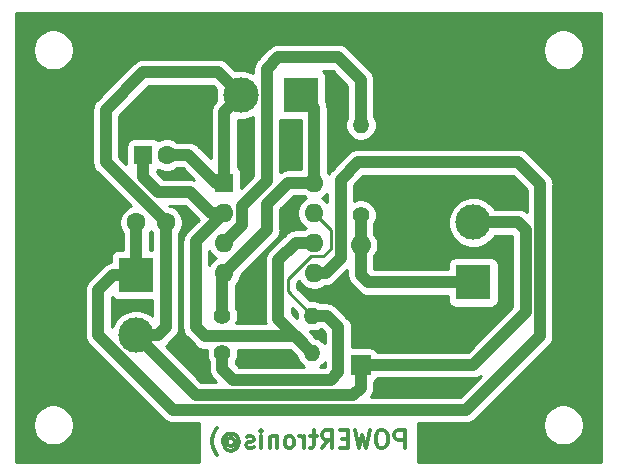
<source format=gbr>
%TF.GenerationSoftware,KiCad,Pcbnew,(5.1.6)-1*%
%TF.CreationDate,2020-06-13T20:27:39+05:30*%
%TF.ProjectId,USING 555,5553494e-4720-4353-9535-2e6b69636164,rev?*%
%TF.SameCoordinates,Original*%
%TF.FileFunction,Copper,L2,Bot*%
%TF.FilePolarity,Positive*%
%FSLAX46Y46*%
G04 Gerber Fmt 4.6, Leading zero omitted, Abs format (unit mm)*
G04 Created by KiCad (PCBNEW (5.1.6)-1) date 2020-06-13 20:27:39*
%MOMM*%
%LPD*%
G01*
G04 APERTURE LIST*
%TA.AperFunction,NonConductor*%
%ADD10C,0.300000*%
%TD*%
%TA.AperFunction,ComponentPad*%
%ADD11R,1.600000X1.600000*%
%TD*%
%TA.AperFunction,ComponentPad*%
%ADD12C,1.600000*%
%TD*%
%TA.AperFunction,ComponentPad*%
%ADD13C,1.699260*%
%TD*%
%TA.AperFunction,ComponentPad*%
%ADD14R,1.699260X1.699260*%
%TD*%
%TA.AperFunction,ComponentPad*%
%ADD15R,3.000000X3.000000*%
%TD*%
%TA.AperFunction,ComponentPad*%
%ADD16C,3.000000*%
%TD*%
%TA.AperFunction,ComponentPad*%
%ADD17C,1.400000*%
%TD*%
%TA.AperFunction,ComponentPad*%
%ADD18O,1.400000X1.400000*%
%TD*%
%TA.AperFunction,ComponentPad*%
%ADD19O,1.600000X1.600000*%
%TD*%
%TA.AperFunction,Conductor*%
%ADD20C,1.000000*%
%TD*%
%TA.AperFunction,Conductor*%
%ADD21C,0.250000*%
%TD*%
%TA.AperFunction,NonConductor*%
%ADD22C,0.254000*%
%TD*%
G04 APERTURE END LIST*
D10*
X151652857Y-111168571D02*
X151652857Y-109668571D01*
X151081428Y-109668571D01*
X150938571Y-109740000D01*
X150867142Y-109811428D01*
X150795714Y-109954285D01*
X150795714Y-110168571D01*
X150867142Y-110311428D01*
X150938571Y-110382857D01*
X151081428Y-110454285D01*
X151652857Y-110454285D01*
X149867142Y-109668571D02*
X149581428Y-109668571D01*
X149438571Y-109740000D01*
X149295714Y-109882857D01*
X149224285Y-110168571D01*
X149224285Y-110668571D01*
X149295714Y-110954285D01*
X149438571Y-111097142D01*
X149581428Y-111168571D01*
X149867142Y-111168571D01*
X150010000Y-111097142D01*
X150152857Y-110954285D01*
X150224285Y-110668571D01*
X150224285Y-110168571D01*
X150152857Y-109882857D01*
X150010000Y-109740000D01*
X149867142Y-109668571D01*
X148724285Y-109668571D02*
X148367142Y-111168571D01*
X148081428Y-110097142D01*
X147795714Y-111168571D01*
X147438571Y-109668571D01*
X146867142Y-110382857D02*
X146367142Y-110382857D01*
X146152857Y-111168571D02*
X146867142Y-111168571D01*
X146867142Y-109668571D01*
X146152857Y-109668571D01*
X144652857Y-111168571D02*
X145152857Y-110454285D01*
X145510000Y-111168571D02*
X145510000Y-109668571D01*
X144938571Y-109668571D01*
X144795714Y-109740000D01*
X144724285Y-109811428D01*
X144652857Y-109954285D01*
X144652857Y-110168571D01*
X144724285Y-110311428D01*
X144795714Y-110382857D01*
X144938571Y-110454285D01*
X145510000Y-110454285D01*
X144224285Y-110168571D02*
X143652857Y-110168571D01*
X144010000Y-109668571D02*
X144010000Y-110954285D01*
X143938571Y-111097142D01*
X143795714Y-111168571D01*
X143652857Y-111168571D01*
X143152857Y-111168571D02*
X143152857Y-110168571D01*
X143152857Y-110454285D02*
X143081428Y-110311428D01*
X143010000Y-110240000D01*
X142867142Y-110168571D01*
X142724285Y-110168571D01*
X142010000Y-111168571D02*
X142152857Y-111097142D01*
X142224285Y-111025714D01*
X142295714Y-110882857D01*
X142295714Y-110454285D01*
X142224285Y-110311428D01*
X142152857Y-110240000D01*
X142010000Y-110168571D01*
X141795714Y-110168571D01*
X141652857Y-110240000D01*
X141581428Y-110311428D01*
X141510000Y-110454285D01*
X141510000Y-110882857D01*
X141581428Y-111025714D01*
X141652857Y-111097142D01*
X141795714Y-111168571D01*
X142010000Y-111168571D01*
X140867142Y-110168571D02*
X140867142Y-111168571D01*
X140867142Y-110311428D02*
X140795714Y-110240000D01*
X140652857Y-110168571D01*
X140438571Y-110168571D01*
X140295714Y-110240000D01*
X140224285Y-110382857D01*
X140224285Y-111168571D01*
X139510000Y-111168571D02*
X139510000Y-110168571D01*
X139510000Y-109668571D02*
X139581428Y-109740000D01*
X139510000Y-109811428D01*
X139438571Y-109740000D01*
X139510000Y-109668571D01*
X139510000Y-109811428D01*
X138867142Y-111097142D02*
X138724285Y-111168571D01*
X138438571Y-111168571D01*
X138295714Y-111097142D01*
X138224285Y-110954285D01*
X138224285Y-110882857D01*
X138295714Y-110740000D01*
X138438571Y-110668571D01*
X138652857Y-110668571D01*
X138795714Y-110597142D01*
X138867142Y-110454285D01*
X138867142Y-110382857D01*
X138795714Y-110240000D01*
X138652857Y-110168571D01*
X138438571Y-110168571D01*
X138295714Y-110240000D01*
X136652857Y-110454285D02*
X136724285Y-110382857D01*
X136867142Y-110311428D01*
X137010000Y-110311428D01*
X137152857Y-110382857D01*
X137224285Y-110454285D01*
X137295714Y-110597142D01*
X137295714Y-110740000D01*
X137224285Y-110882857D01*
X137152857Y-110954285D01*
X137010000Y-111025714D01*
X136867142Y-111025714D01*
X136724285Y-110954285D01*
X136652857Y-110882857D01*
X136652857Y-110311428D02*
X136652857Y-110882857D01*
X136581428Y-110954285D01*
X136510000Y-110954285D01*
X136367142Y-110882857D01*
X136295714Y-110740000D01*
X136295714Y-110382857D01*
X136438571Y-110168571D01*
X136652857Y-110025714D01*
X136938571Y-109954285D01*
X137224285Y-110025714D01*
X137438571Y-110168571D01*
X137581428Y-110382857D01*
X137652857Y-110668571D01*
X137581428Y-110954285D01*
X137438571Y-111168571D01*
X137224285Y-111311428D01*
X136938571Y-111382857D01*
X136652857Y-111311428D01*
X136438571Y-111168571D01*
X135795714Y-111740000D02*
X135724285Y-111668571D01*
X135581428Y-111454285D01*
X135510000Y-111311428D01*
X135438571Y-111097142D01*
X135367142Y-110740000D01*
X135367142Y-110454285D01*
X135438571Y-110097142D01*
X135510000Y-109882857D01*
X135581428Y-109740000D01*
X135724285Y-109525714D01*
X135795714Y-109454285D01*
D11*
%TO.P,C1,1*%
%TO.N,Net-(C1-Pad1)*%
X129540000Y-86360000D03*
D12*
%TO.P,C1,2*%
%TO.N,GND*%
X131540000Y-86360000D03*
%TD*%
%TO.P,C2,2*%
%TO.N,GND*%
X131445000Y-92075000D03*
%TO.P,C2,1*%
%TO.N,Net-(C2-Pad1)*%
X128945000Y-92075000D03*
%TD*%
D13*
%TO.P,LED,2*%
%TO.N,Net-(D1-Pad2)*%
X147952460Y-93979480D03*
D14*
%TO.P,LED,1*%
%TO.N,GND*%
X147952460Y-104139480D03*
%TD*%
D15*
%TO.P,GND1,1*%
%TO.N,Net-(C2-Pad1)*%
X128905000Y-96520000D03*
D16*
%TO.P,GND1,2*%
%TO.N,GND*%
X128905000Y-101600000D03*
%TD*%
%TO.P,OUT,2*%
%TO.N,GND*%
X157480000Y-92075000D03*
D15*
%TO.P,OUT,1*%
%TO.N,Net-(D1-Pad2)*%
X157480000Y-97155000D03*
%TD*%
D17*
%TO.P,R1,1*%
%TO.N,VCC*%
X136230001Y-99970001D03*
D18*
%TO.P,R1,2*%
%TO.N,Net-(R1-Pad2)*%
X143850001Y-99970001D03*
%TD*%
%TO.P,R2,2*%
%TO.N,Net-(C1-Pad1)*%
X143850001Y-103120001D03*
D17*
%TO.P,R2,1*%
%TO.N,Net-(R1-Pad2)*%
X136230001Y-103120001D03*
%TD*%
%TO.P,R3,1*%
%TO.N,Net-(D1-Pad2)*%
X147955000Y-91440000D03*
D18*
%TO.P,R3,2*%
%TO.N,Net-(R3-Pad2)*%
X147955000Y-83820000D03*
%TD*%
D11*
%TO.P,U1,1*%
%TO.N,GND*%
X136380001Y-88720001D03*
D19*
%TO.P,U1,5*%
%TO.N,Net-(C2-Pad1)*%
X144000001Y-96340001D03*
%TO.P,U1,2*%
%TO.N,Net-(C1-Pad1)*%
X136380001Y-91260001D03*
%TO.P,U1,6*%
X144000001Y-93800001D03*
%TO.P,U1,3*%
%TO.N,Net-(R3-Pad2)*%
X136380001Y-93800001D03*
%TO.P,U1,7*%
%TO.N,Net-(R1-Pad2)*%
X144000001Y-91260001D03*
%TO.P,U1,4*%
%TO.N,VCC*%
X136380001Y-96340001D03*
%TO.P,U1,8*%
X144000001Y-88720001D03*
%TD*%
D15*
%TO.P,VCC,1*%
%TO.N,VCC*%
X142875000Y-81280000D03*
D16*
%TO.P,VCC,2*%
%TO.N,GND*%
X137795000Y-81280000D03*
%TD*%
D20*
%TO.N,Net-(C1-Pad1)*%
X136380001Y-91260001D02*
X133985000Y-93655002D01*
X133985000Y-93655002D02*
X133985000Y-100965000D01*
X142450000Y-101720000D02*
X143850001Y-103120001D01*
X134740000Y-101720000D02*
X142450000Y-101720000D01*
X133985000Y-100965000D02*
X134740000Y-101720000D01*
X135248631Y-91260001D02*
X133523630Y-89535000D01*
X136380001Y-91260001D02*
X135248631Y-91260001D01*
X133523630Y-89535000D02*
X130810000Y-89535000D01*
X129540000Y-88265000D02*
X129540000Y-86360000D01*
X130810000Y-89535000D02*
X129540000Y-88265000D01*
X143850001Y-103120001D02*
X140970000Y-100240000D01*
X140970000Y-100240000D02*
X140970000Y-95250000D01*
X142419999Y-93800001D02*
X144000001Y-93800001D01*
X140970000Y-95250000D02*
X142419999Y-93800001D01*
%TO.N,GND*%
X136380001Y-82694999D02*
X137795000Y-81280000D01*
X136380001Y-88720001D02*
X136380001Y-82694999D01*
X136380001Y-88720001D02*
X135710001Y-88720001D01*
X133350000Y-86360000D02*
X131540000Y-86360000D01*
X135710001Y-88720001D02*
X133350000Y-86360000D01*
X128905000Y-101600000D02*
X133985000Y-106680000D01*
X133985000Y-106680000D02*
X147320000Y-106680000D01*
X147952460Y-106047540D02*
X147952460Y-104139480D01*
X147320000Y-106680000D02*
X147952460Y-106047540D01*
X147952460Y-104139480D02*
X157480520Y-104139480D01*
X157480520Y-104139480D02*
X161925000Y-99695000D01*
X161925000Y-99695000D02*
X161925000Y-92710000D01*
X161290000Y-92075000D02*
X157480000Y-92075000D01*
X161925000Y-92710000D02*
X161290000Y-92075000D01*
X128905000Y-101600000D02*
X130810000Y-101600000D01*
X131445000Y-100965000D02*
X131445000Y-92075000D01*
X130810000Y-101600000D02*
X131445000Y-100965000D01*
X135890000Y-79375000D02*
X137795000Y-81280000D01*
X129540000Y-79375000D02*
X135890000Y-79375000D01*
X126365000Y-82550000D02*
X129540000Y-79375000D01*
X131445000Y-92075000D02*
X126365000Y-86995000D01*
X126365000Y-86995000D02*
X126365000Y-82550000D01*
%TO.N,Net-(C2-Pad1)*%
X128945000Y-96480000D02*
X128905000Y-96520000D01*
X128945000Y-92075000D02*
X128945000Y-96480000D01*
X144000001Y-96340001D02*
X144959999Y-96340001D01*
X146240010Y-95059990D02*
X146240010Y-88455010D01*
X144959999Y-96340001D02*
X146240010Y-95059990D01*
X146240010Y-88455010D02*
X147700020Y-86995000D01*
X147700020Y-86995000D02*
X161290000Y-86995000D01*
X163125010Y-88830010D02*
X163125010Y-101669990D01*
X161290000Y-86995000D02*
X163125010Y-88830010D01*
X163125010Y-101669990D02*
X156845000Y-107950000D01*
X156845000Y-107950000D02*
X132080000Y-107950000D01*
X132080000Y-107950000D02*
X125730000Y-101600000D01*
X125730000Y-101600000D02*
X125730000Y-97790000D01*
X127000000Y-96520000D02*
X128905000Y-96520000D01*
X125730000Y-97790000D02*
X127000000Y-96520000D01*
%TO.N,Net-(D1-Pad2)*%
X147952460Y-91442540D02*
X147955000Y-91440000D01*
X147952460Y-93979480D02*
X147952460Y-91442540D01*
X157480000Y-97155000D02*
X148590000Y-97155000D01*
X147952460Y-96517460D02*
X147952460Y-93979480D01*
X148590000Y-97155000D02*
X147952460Y-96517460D01*
%TO.N,VCC*%
X144000001Y-82405001D02*
X142875000Y-81280000D01*
X144000001Y-88720001D02*
X144000001Y-82405001D01*
X136230001Y-96490001D02*
X136380001Y-96340001D01*
X136230001Y-99970001D02*
X136230001Y-96490001D01*
X136380001Y-96340001D02*
X140010002Y-92710000D01*
X140010002Y-92710000D02*
X140010002Y-90494998D01*
X141784999Y-88720001D02*
X144000001Y-88720001D01*
X140010002Y-90494998D02*
X141784999Y-88720001D01*
%TO.N,Net-(R1-Pad2)*%
X136230001Y-103120001D02*
X136230001Y-104480001D01*
X136230001Y-104480001D02*
X137160000Y-105410000D01*
X137160000Y-105410000D02*
X145415000Y-105410000D01*
X145415000Y-105410000D02*
X146050000Y-104775000D01*
X146050000Y-104775000D02*
X146050000Y-100965000D01*
X145055001Y-99970001D02*
X143850001Y-99970001D01*
X146050000Y-100965000D02*
X145055001Y-99970001D01*
D21*
X143749998Y-94925002D02*
X144778590Y-94925002D01*
X143850001Y-99970001D02*
X141795010Y-97915010D01*
X141795010Y-96879990D02*
X143749998Y-94925002D01*
X141795010Y-97915010D02*
X141795010Y-96879990D01*
X144778590Y-94925002D02*
X145415000Y-94288592D01*
X145415000Y-92675000D02*
X144000001Y-91260001D01*
X145415000Y-94288592D02*
X145415000Y-92675000D01*
D20*
%TO.N,Net-(R3-Pad2)*%
X137880002Y-92300000D02*
X137880002Y-90719998D01*
X136380001Y-93800001D02*
X137880002Y-92300000D01*
X139995001Y-88604999D02*
X139995001Y-79079999D01*
X137880002Y-90719998D02*
X139995001Y-88604999D01*
X139995001Y-79079999D02*
X140970000Y-78105000D01*
X140970000Y-78105000D02*
X146050000Y-78105000D01*
X147955000Y-80010000D02*
X147955000Y-83820000D01*
X146050000Y-78105000D02*
X147955000Y-80010000D01*
%TD*%
D22*
G36*
X168250000Y-112370000D02*
G01*
X152795000Y-112370000D01*
X152795000Y-109085000D01*
X156789249Y-109085000D01*
X156845000Y-109090491D01*
X156900751Y-109085000D01*
X156900752Y-109085000D01*
X157067499Y-109068577D01*
X157131649Y-109049117D01*
X163365000Y-109049117D01*
X163365000Y-109390883D01*
X163431675Y-109726081D01*
X163562463Y-110041831D01*
X163752337Y-110325998D01*
X163994002Y-110567663D01*
X164278169Y-110757537D01*
X164593919Y-110888325D01*
X164929117Y-110955000D01*
X165270883Y-110955000D01*
X165606081Y-110888325D01*
X165921831Y-110757537D01*
X166205998Y-110567663D01*
X166447663Y-110325998D01*
X166637537Y-110041831D01*
X166768325Y-109726081D01*
X166835000Y-109390883D01*
X166835000Y-109049117D01*
X166768325Y-108713919D01*
X166637537Y-108398169D01*
X166447663Y-108114002D01*
X166205998Y-107872337D01*
X165921831Y-107682463D01*
X165606081Y-107551675D01*
X165270883Y-107485000D01*
X164929117Y-107485000D01*
X164593919Y-107551675D01*
X164278169Y-107682463D01*
X163994002Y-107872337D01*
X163752337Y-108114002D01*
X163562463Y-108398169D01*
X163431675Y-108713919D01*
X163365000Y-109049117D01*
X157131649Y-109049117D01*
X157281447Y-109003676D01*
X157478623Y-108898284D01*
X157651449Y-108756449D01*
X157686996Y-108713135D01*
X163888151Y-102511981D01*
X163931459Y-102476439D01*
X164073294Y-102303613D01*
X164178686Y-102106437D01*
X164243587Y-101892489D01*
X164260010Y-101725742D01*
X164260010Y-101725733D01*
X164265500Y-101669991D01*
X164260010Y-101614249D01*
X164260010Y-88885761D01*
X164265501Y-88830009D01*
X164243587Y-88607511D01*
X164178686Y-88393563D01*
X164139767Y-88320751D01*
X164073294Y-88196387D01*
X163931459Y-88023561D01*
X163888150Y-87988019D01*
X162131996Y-86231865D01*
X162096449Y-86188551D01*
X161923623Y-86046716D01*
X161726447Y-85941324D01*
X161512499Y-85876423D01*
X161345752Y-85860000D01*
X161345751Y-85860000D01*
X161290000Y-85854509D01*
X161234249Y-85860000D01*
X147755771Y-85860000D01*
X147700020Y-85854509D01*
X147644268Y-85860000D01*
X147477521Y-85876423D01*
X147263573Y-85941324D01*
X147066397Y-86046716D01*
X146893571Y-86188551D01*
X146858028Y-86231860D01*
X145476870Y-87613019D01*
X145433562Y-87648561D01*
X145291727Y-87821387D01*
X145242464Y-87913552D01*
X145217818Y-87959662D01*
X145135001Y-87835717D01*
X145135001Y-82460753D01*
X145140492Y-82405001D01*
X145118578Y-82182502D01*
X145053677Y-81968554D01*
X145013072Y-81892587D01*
X145013072Y-79780000D01*
X145000812Y-79655518D01*
X144964502Y-79535820D01*
X144905537Y-79425506D01*
X144826185Y-79328815D01*
X144729494Y-79249463D01*
X144711790Y-79240000D01*
X145579869Y-79240000D01*
X146820000Y-80480132D01*
X146820001Y-83115711D01*
X146771939Y-83187641D01*
X146671304Y-83430595D01*
X146620000Y-83688514D01*
X146620000Y-83951486D01*
X146671304Y-84209405D01*
X146771939Y-84452359D01*
X146918038Y-84671013D01*
X147103987Y-84856962D01*
X147322641Y-85003061D01*
X147565595Y-85103696D01*
X147823514Y-85155000D01*
X148086486Y-85155000D01*
X148344405Y-85103696D01*
X148587359Y-85003061D01*
X148806013Y-84856962D01*
X148991962Y-84671013D01*
X149138061Y-84452359D01*
X149238696Y-84209405D01*
X149290000Y-83951486D01*
X149290000Y-83688514D01*
X149238696Y-83430595D01*
X149138061Y-83187641D01*
X149090000Y-83115712D01*
X149090000Y-80065752D01*
X149095491Y-80010000D01*
X149073577Y-79787501D01*
X149008676Y-79573553D01*
X148903284Y-79376377D01*
X148799128Y-79249463D01*
X148761449Y-79203551D01*
X148718141Y-79168009D01*
X146891996Y-77341865D01*
X146856914Y-77299117D01*
X163365000Y-77299117D01*
X163365000Y-77640883D01*
X163431675Y-77976081D01*
X163562463Y-78291831D01*
X163752337Y-78575998D01*
X163994002Y-78817663D01*
X164278169Y-79007537D01*
X164593919Y-79138325D01*
X164929117Y-79205000D01*
X165270883Y-79205000D01*
X165606081Y-79138325D01*
X165921831Y-79007537D01*
X166205998Y-78817663D01*
X166447663Y-78575998D01*
X166637537Y-78291831D01*
X166768325Y-77976081D01*
X166835000Y-77640883D01*
X166835000Y-77299117D01*
X166768325Y-76963919D01*
X166637537Y-76648169D01*
X166447663Y-76364002D01*
X166205998Y-76122337D01*
X165921831Y-75932463D01*
X165606081Y-75801675D01*
X165270883Y-75735000D01*
X164929117Y-75735000D01*
X164593919Y-75801675D01*
X164278169Y-75932463D01*
X163994002Y-76122337D01*
X163752337Y-76364002D01*
X163562463Y-76648169D01*
X163431675Y-76963919D01*
X163365000Y-77299117D01*
X146856914Y-77299117D01*
X146856449Y-77298551D01*
X146683623Y-77156716D01*
X146486447Y-77051324D01*
X146272499Y-76986423D01*
X146105752Y-76970000D01*
X146105751Y-76970000D01*
X146050000Y-76964509D01*
X145994249Y-76970000D01*
X141025752Y-76970000D01*
X140970000Y-76964509D01*
X140914248Y-76970000D01*
X140747501Y-76986423D01*
X140533553Y-77051324D01*
X140336377Y-77156716D01*
X140163551Y-77298551D01*
X140128008Y-77341860D01*
X139231861Y-78238008D01*
X139188553Y-78273550D01*
X139046718Y-78446376D01*
X138995902Y-78541446D01*
X138941325Y-78643553D01*
X138876424Y-78857501D01*
X138854510Y-79079999D01*
X138860002Y-79135760D01*
X138860002Y-79423869D01*
X138806302Y-79387988D01*
X138417756Y-79227047D01*
X138005279Y-79145000D01*
X137584721Y-79145000D01*
X137318155Y-79198023D01*
X136731996Y-78611865D01*
X136696449Y-78568551D01*
X136523623Y-78426716D01*
X136326447Y-78321324D01*
X136112499Y-78256423D01*
X135945752Y-78240000D01*
X135945751Y-78240000D01*
X135890000Y-78234509D01*
X135834249Y-78240000D01*
X129595751Y-78240000D01*
X129539999Y-78234509D01*
X129484248Y-78240000D01*
X129317501Y-78256423D01*
X129103553Y-78321324D01*
X128906377Y-78426716D01*
X128733551Y-78568551D01*
X128698009Y-78611859D01*
X125601860Y-81708009D01*
X125558552Y-81743551D01*
X125416717Y-81916377D01*
X125388828Y-81968554D01*
X125311324Y-82113554D01*
X125246423Y-82327502D01*
X125224509Y-82550000D01*
X125230001Y-82605761D01*
X125230000Y-86939248D01*
X125224509Y-86995000D01*
X125230000Y-87050751D01*
X125246423Y-87217498D01*
X125311324Y-87431446D01*
X125416716Y-87628623D01*
X125558551Y-87801449D01*
X125601865Y-87836996D01*
X128479467Y-90714598D01*
X128265273Y-90803320D01*
X128030241Y-90960363D01*
X127830363Y-91160241D01*
X127673320Y-91395273D01*
X127565147Y-91656426D01*
X127510000Y-91933665D01*
X127510000Y-92216335D01*
X127565147Y-92493574D01*
X127673320Y-92754727D01*
X127810000Y-92959284D01*
X127810001Y-94381928D01*
X127405000Y-94381928D01*
X127280518Y-94394188D01*
X127160820Y-94430498D01*
X127050506Y-94489463D01*
X126953815Y-94568815D01*
X126874463Y-94665506D01*
X126815498Y-94775820D01*
X126779188Y-94895518D01*
X126766928Y-95020000D01*
X126766928Y-95404630D01*
X126727705Y-95416529D01*
X126563553Y-95466324D01*
X126366377Y-95571716D01*
X126193551Y-95713551D01*
X126158011Y-95756857D01*
X124966860Y-96948009D01*
X124923552Y-96983551D01*
X124781717Y-97156377D01*
X124753342Y-97209464D01*
X124676324Y-97353554D01*
X124611423Y-97567502D01*
X124589509Y-97790000D01*
X124595001Y-97845761D01*
X124595000Y-101544248D01*
X124589509Y-101600000D01*
X124601328Y-101719999D01*
X124611423Y-101822498D01*
X124676324Y-102036446D01*
X124781716Y-102233623D01*
X124923551Y-102406449D01*
X124966865Y-102441996D01*
X131238009Y-108713141D01*
X131273551Y-108756449D01*
X131446377Y-108898284D01*
X131643553Y-109003676D01*
X131793351Y-109049117D01*
X131857500Y-109068577D01*
X132079999Y-109090491D01*
X132135751Y-109085000D01*
X134225000Y-109085000D01*
X134225000Y-112370000D01*
X118770000Y-112370000D01*
X118770000Y-109049117D01*
X120185000Y-109049117D01*
X120185000Y-109390883D01*
X120251675Y-109726081D01*
X120382463Y-110041831D01*
X120572337Y-110325998D01*
X120814002Y-110567663D01*
X121098169Y-110757537D01*
X121413919Y-110888325D01*
X121749117Y-110955000D01*
X122090883Y-110955000D01*
X122426081Y-110888325D01*
X122741831Y-110757537D01*
X123025998Y-110567663D01*
X123267663Y-110325998D01*
X123457537Y-110041831D01*
X123588325Y-109726081D01*
X123655000Y-109390883D01*
X123655000Y-109049117D01*
X123588325Y-108713919D01*
X123457537Y-108398169D01*
X123267663Y-108114002D01*
X123025998Y-107872337D01*
X122741831Y-107682463D01*
X122426081Y-107551675D01*
X122090883Y-107485000D01*
X121749117Y-107485000D01*
X121413919Y-107551675D01*
X121098169Y-107682463D01*
X120814002Y-107872337D01*
X120572337Y-108114002D01*
X120382463Y-108398169D01*
X120251675Y-108713919D01*
X120185000Y-109049117D01*
X118770000Y-109049117D01*
X118770000Y-77299117D01*
X120185000Y-77299117D01*
X120185000Y-77640883D01*
X120251675Y-77976081D01*
X120382463Y-78291831D01*
X120572337Y-78575998D01*
X120814002Y-78817663D01*
X121098169Y-79007537D01*
X121413919Y-79138325D01*
X121749117Y-79205000D01*
X122090883Y-79205000D01*
X122426081Y-79138325D01*
X122741831Y-79007537D01*
X123025998Y-78817663D01*
X123267663Y-78575998D01*
X123457537Y-78291831D01*
X123588325Y-77976081D01*
X123655000Y-77640883D01*
X123655000Y-77299117D01*
X123588325Y-76963919D01*
X123457537Y-76648169D01*
X123267663Y-76364002D01*
X123025998Y-76122337D01*
X122741831Y-75932463D01*
X122426081Y-75801675D01*
X122090883Y-75735000D01*
X121749117Y-75735000D01*
X121413919Y-75801675D01*
X121098169Y-75932463D01*
X120814002Y-76122337D01*
X120572337Y-76364002D01*
X120382463Y-76648169D01*
X120251675Y-76963919D01*
X120185000Y-77299117D01*
X118770000Y-77299117D01*
X118770000Y-74320000D01*
X168250001Y-74320000D01*
X168250000Y-112370000D01*
G37*
X168250000Y-112370000D02*
X152795000Y-112370000D01*
X152795000Y-109085000D01*
X156789249Y-109085000D01*
X156845000Y-109090491D01*
X156900751Y-109085000D01*
X156900752Y-109085000D01*
X157067499Y-109068577D01*
X157131649Y-109049117D01*
X163365000Y-109049117D01*
X163365000Y-109390883D01*
X163431675Y-109726081D01*
X163562463Y-110041831D01*
X163752337Y-110325998D01*
X163994002Y-110567663D01*
X164278169Y-110757537D01*
X164593919Y-110888325D01*
X164929117Y-110955000D01*
X165270883Y-110955000D01*
X165606081Y-110888325D01*
X165921831Y-110757537D01*
X166205998Y-110567663D01*
X166447663Y-110325998D01*
X166637537Y-110041831D01*
X166768325Y-109726081D01*
X166835000Y-109390883D01*
X166835000Y-109049117D01*
X166768325Y-108713919D01*
X166637537Y-108398169D01*
X166447663Y-108114002D01*
X166205998Y-107872337D01*
X165921831Y-107682463D01*
X165606081Y-107551675D01*
X165270883Y-107485000D01*
X164929117Y-107485000D01*
X164593919Y-107551675D01*
X164278169Y-107682463D01*
X163994002Y-107872337D01*
X163752337Y-108114002D01*
X163562463Y-108398169D01*
X163431675Y-108713919D01*
X163365000Y-109049117D01*
X157131649Y-109049117D01*
X157281447Y-109003676D01*
X157478623Y-108898284D01*
X157651449Y-108756449D01*
X157686996Y-108713135D01*
X163888151Y-102511981D01*
X163931459Y-102476439D01*
X164073294Y-102303613D01*
X164178686Y-102106437D01*
X164243587Y-101892489D01*
X164260010Y-101725742D01*
X164260010Y-101725733D01*
X164265500Y-101669991D01*
X164260010Y-101614249D01*
X164260010Y-88885761D01*
X164265501Y-88830009D01*
X164243587Y-88607511D01*
X164178686Y-88393563D01*
X164139767Y-88320751D01*
X164073294Y-88196387D01*
X163931459Y-88023561D01*
X163888150Y-87988019D01*
X162131996Y-86231865D01*
X162096449Y-86188551D01*
X161923623Y-86046716D01*
X161726447Y-85941324D01*
X161512499Y-85876423D01*
X161345752Y-85860000D01*
X161345751Y-85860000D01*
X161290000Y-85854509D01*
X161234249Y-85860000D01*
X147755771Y-85860000D01*
X147700020Y-85854509D01*
X147644268Y-85860000D01*
X147477521Y-85876423D01*
X147263573Y-85941324D01*
X147066397Y-86046716D01*
X146893571Y-86188551D01*
X146858028Y-86231860D01*
X145476870Y-87613019D01*
X145433562Y-87648561D01*
X145291727Y-87821387D01*
X145242464Y-87913552D01*
X145217818Y-87959662D01*
X145135001Y-87835717D01*
X145135001Y-82460753D01*
X145140492Y-82405001D01*
X145118578Y-82182502D01*
X145053677Y-81968554D01*
X145013072Y-81892587D01*
X145013072Y-79780000D01*
X145000812Y-79655518D01*
X144964502Y-79535820D01*
X144905537Y-79425506D01*
X144826185Y-79328815D01*
X144729494Y-79249463D01*
X144711790Y-79240000D01*
X145579869Y-79240000D01*
X146820000Y-80480132D01*
X146820001Y-83115711D01*
X146771939Y-83187641D01*
X146671304Y-83430595D01*
X146620000Y-83688514D01*
X146620000Y-83951486D01*
X146671304Y-84209405D01*
X146771939Y-84452359D01*
X146918038Y-84671013D01*
X147103987Y-84856962D01*
X147322641Y-85003061D01*
X147565595Y-85103696D01*
X147823514Y-85155000D01*
X148086486Y-85155000D01*
X148344405Y-85103696D01*
X148587359Y-85003061D01*
X148806013Y-84856962D01*
X148991962Y-84671013D01*
X149138061Y-84452359D01*
X149238696Y-84209405D01*
X149290000Y-83951486D01*
X149290000Y-83688514D01*
X149238696Y-83430595D01*
X149138061Y-83187641D01*
X149090000Y-83115712D01*
X149090000Y-80065752D01*
X149095491Y-80010000D01*
X149073577Y-79787501D01*
X149008676Y-79573553D01*
X148903284Y-79376377D01*
X148799128Y-79249463D01*
X148761449Y-79203551D01*
X148718141Y-79168009D01*
X146891996Y-77341865D01*
X146856914Y-77299117D01*
X163365000Y-77299117D01*
X163365000Y-77640883D01*
X163431675Y-77976081D01*
X163562463Y-78291831D01*
X163752337Y-78575998D01*
X163994002Y-78817663D01*
X164278169Y-79007537D01*
X164593919Y-79138325D01*
X164929117Y-79205000D01*
X165270883Y-79205000D01*
X165606081Y-79138325D01*
X165921831Y-79007537D01*
X166205998Y-78817663D01*
X166447663Y-78575998D01*
X166637537Y-78291831D01*
X166768325Y-77976081D01*
X166835000Y-77640883D01*
X166835000Y-77299117D01*
X166768325Y-76963919D01*
X166637537Y-76648169D01*
X166447663Y-76364002D01*
X166205998Y-76122337D01*
X165921831Y-75932463D01*
X165606081Y-75801675D01*
X165270883Y-75735000D01*
X164929117Y-75735000D01*
X164593919Y-75801675D01*
X164278169Y-75932463D01*
X163994002Y-76122337D01*
X163752337Y-76364002D01*
X163562463Y-76648169D01*
X163431675Y-76963919D01*
X163365000Y-77299117D01*
X146856914Y-77299117D01*
X146856449Y-77298551D01*
X146683623Y-77156716D01*
X146486447Y-77051324D01*
X146272499Y-76986423D01*
X146105752Y-76970000D01*
X146105751Y-76970000D01*
X146050000Y-76964509D01*
X145994249Y-76970000D01*
X141025752Y-76970000D01*
X140970000Y-76964509D01*
X140914248Y-76970000D01*
X140747501Y-76986423D01*
X140533553Y-77051324D01*
X140336377Y-77156716D01*
X140163551Y-77298551D01*
X140128008Y-77341860D01*
X139231861Y-78238008D01*
X139188553Y-78273550D01*
X139046718Y-78446376D01*
X138995902Y-78541446D01*
X138941325Y-78643553D01*
X138876424Y-78857501D01*
X138854510Y-79079999D01*
X138860002Y-79135760D01*
X138860002Y-79423869D01*
X138806302Y-79387988D01*
X138417756Y-79227047D01*
X138005279Y-79145000D01*
X137584721Y-79145000D01*
X137318155Y-79198023D01*
X136731996Y-78611865D01*
X136696449Y-78568551D01*
X136523623Y-78426716D01*
X136326447Y-78321324D01*
X136112499Y-78256423D01*
X135945752Y-78240000D01*
X135945751Y-78240000D01*
X135890000Y-78234509D01*
X135834249Y-78240000D01*
X129595751Y-78240000D01*
X129539999Y-78234509D01*
X129484248Y-78240000D01*
X129317501Y-78256423D01*
X129103553Y-78321324D01*
X128906377Y-78426716D01*
X128733551Y-78568551D01*
X128698009Y-78611859D01*
X125601860Y-81708009D01*
X125558552Y-81743551D01*
X125416717Y-81916377D01*
X125388828Y-81968554D01*
X125311324Y-82113554D01*
X125246423Y-82327502D01*
X125224509Y-82550000D01*
X125230001Y-82605761D01*
X125230000Y-86939248D01*
X125224509Y-86995000D01*
X125230000Y-87050751D01*
X125246423Y-87217498D01*
X125311324Y-87431446D01*
X125416716Y-87628623D01*
X125558551Y-87801449D01*
X125601865Y-87836996D01*
X128479467Y-90714598D01*
X128265273Y-90803320D01*
X128030241Y-90960363D01*
X127830363Y-91160241D01*
X127673320Y-91395273D01*
X127565147Y-91656426D01*
X127510000Y-91933665D01*
X127510000Y-92216335D01*
X127565147Y-92493574D01*
X127673320Y-92754727D01*
X127810000Y-92959284D01*
X127810001Y-94381928D01*
X127405000Y-94381928D01*
X127280518Y-94394188D01*
X127160820Y-94430498D01*
X127050506Y-94489463D01*
X126953815Y-94568815D01*
X126874463Y-94665506D01*
X126815498Y-94775820D01*
X126779188Y-94895518D01*
X126766928Y-95020000D01*
X126766928Y-95404630D01*
X126727705Y-95416529D01*
X126563553Y-95466324D01*
X126366377Y-95571716D01*
X126193551Y-95713551D01*
X126158011Y-95756857D01*
X124966860Y-96948009D01*
X124923552Y-96983551D01*
X124781717Y-97156377D01*
X124753342Y-97209464D01*
X124676324Y-97353554D01*
X124611423Y-97567502D01*
X124589509Y-97790000D01*
X124595001Y-97845761D01*
X124595000Y-101544248D01*
X124589509Y-101600000D01*
X124601328Y-101719999D01*
X124611423Y-101822498D01*
X124676324Y-102036446D01*
X124781716Y-102233623D01*
X124923551Y-102406449D01*
X124966865Y-102441996D01*
X131238009Y-108713141D01*
X131273551Y-108756449D01*
X131446377Y-108898284D01*
X131643553Y-109003676D01*
X131793351Y-109049117D01*
X131857500Y-109068577D01*
X132079999Y-109090491D01*
X132135751Y-109085000D01*
X134225000Y-109085000D01*
X134225000Y-112370000D01*
X118770000Y-112370000D01*
X118770000Y-109049117D01*
X120185000Y-109049117D01*
X120185000Y-109390883D01*
X120251675Y-109726081D01*
X120382463Y-110041831D01*
X120572337Y-110325998D01*
X120814002Y-110567663D01*
X121098169Y-110757537D01*
X121413919Y-110888325D01*
X121749117Y-110955000D01*
X122090883Y-110955000D01*
X122426081Y-110888325D01*
X122741831Y-110757537D01*
X123025998Y-110567663D01*
X123267663Y-110325998D01*
X123457537Y-110041831D01*
X123588325Y-109726081D01*
X123655000Y-109390883D01*
X123655000Y-109049117D01*
X123588325Y-108713919D01*
X123457537Y-108398169D01*
X123267663Y-108114002D01*
X123025998Y-107872337D01*
X122741831Y-107682463D01*
X122426081Y-107551675D01*
X122090883Y-107485000D01*
X121749117Y-107485000D01*
X121413919Y-107551675D01*
X121098169Y-107682463D01*
X120814002Y-107872337D01*
X120572337Y-108114002D01*
X120382463Y-108398169D01*
X120251675Y-108713919D01*
X120185000Y-109049117D01*
X118770000Y-109049117D01*
X118770000Y-77299117D01*
X120185000Y-77299117D01*
X120185000Y-77640883D01*
X120251675Y-77976081D01*
X120382463Y-78291831D01*
X120572337Y-78575998D01*
X120814002Y-78817663D01*
X121098169Y-79007537D01*
X121413919Y-79138325D01*
X121749117Y-79205000D01*
X122090883Y-79205000D01*
X122426081Y-79138325D01*
X122741831Y-79007537D01*
X123025998Y-78817663D01*
X123267663Y-78575998D01*
X123457537Y-78291831D01*
X123588325Y-77976081D01*
X123655000Y-77640883D01*
X123655000Y-77299117D01*
X123588325Y-76963919D01*
X123457537Y-76648169D01*
X123267663Y-76364002D01*
X123025998Y-76122337D01*
X122741831Y-75932463D01*
X122426081Y-75801675D01*
X122090883Y-75735000D01*
X121749117Y-75735000D01*
X121413919Y-75801675D01*
X121098169Y-75932463D01*
X120814002Y-76122337D01*
X120572337Y-76364002D01*
X120382463Y-76648169D01*
X120251675Y-76963919D01*
X120185000Y-77299117D01*
X118770000Y-77299117D01*
X118770000Y-74320000D01*
X168250001Y-74320000D01*
X168250000Y-112370000D01*
G36*
X156374869Y-106815000D02*
G01*
X148790907Y-106815000D01*
X148900744Y-106681163D01*
X149006136Y-106483987D01*
X149071037Y-106270039D01*
X149087460Y-106103292D01*
X149087460Y-106103291D01*
X149092951Y-106047540D01*
X149087460Y-105991788D01*
X149087460Y-105556595D01*
X149156584Y-105519647D01*
X149253275Y-105440295D01*
X149332627Y-105343604D01*
X149369575Y-105274480D01*
X157424769Y-105274480D01*
X157480520Y-105279971D01*
X157536271Y-105274480D01*
X157536272Y-105274480D01*
X157703019Y-105258057D01*
X157916967Y-105193156D01*
X158088282Y-105101587D01*
X156374869Y-106815000D01*
G37*
X156374869Y-106815000D02*
X148790907Y-106815000D01*
X148900744Y-106681163D01*
X149006136Y-106483987D01*
X149071037Y-106270039D01*
X149087460Y-106103292D01*
X149087460Y-106103291D01*
X149092951Y-106047540D01*
X149087460Y-105991788D01*
X149087460Y-105556595D01*
X149156584Y-105519647D01*
X149253275Y-105440295D01*
X149332627Y-105343604D01*
X149369575Y-105274480D01*
X157424769Y-105274480D01*
X157480520Y-105279971D01*
X157536271Y-105274480D01*
X157536272Y-105274480D01*
X157703019Y-105258057D01*
X157916967Y-105193156D01*
X158088282Y-105101587D01*
X156374869Y-106815000D01*
G36*
X134209184Y-91825686D02*
G01*
X133221865Y-92813006D01*
X133178551Y-92848553D01*
X133036716Y-93021379D01*
X132935897Y-93210000D01*
X132931324Y-93218556D01*
X132866423Y-93432504D01*
X132844509Y-93655002D01*
X132850000Y-93710754D01*
X132850001Y-100909239D01*
X132844509Y-100965000D01*
X132866423Y-101187498D01*
X132931324Y-101401446D01*
X132931325Y-101401447D01*
X133036717Y-101598623D01*
X133178552Y-101771449D01*
X133221860Y-101806991D01*
X133898004Y-102483135D01*
X133933551Y-102526449D01*
X134106377Y-102668284D01*
X134303553Y-102773676D01*
X134517501Y-102838577D01*
X134684248Y-102855000D01*
X134684257Y-102855000D01*
X134739999Y-102860490D01*
X134795741Y-102855000D01*
X134921559Y-102855000D01*
X134895001Y-102988515D01*
X134895001Y-103251487D01*
X134946305Y-103509406D01*
X135046940Y-103752360D01*
X135095001Y-103824289D01*
X135095001Y-104424250D01*
X135089510Y-104480001D01*
X135095001Y-104535752D01*
X135095001Y-104535753D01*
X135111424Y-104702500D01*
X135176325Y-104916448D01*
X135281718Y-105113624D01*
X135423553Y-105286450D01*
X135466861Y-105321992D01*
X135689869Y-105545000D01*
X134455132Y-105545000D01*
X131451748Y-102541616D01*
X131616449Y-102406449D01*
X131651995Y-102363136D01*
X132208140Y-101806992D01*
X132251449Y-101771449D01*
X132393284Y-101598623D01*
X132498676Y-101401447D01*
X132563577Y-101187499D01*
X132580000Y-101020752D01*
X132580000Y-101020751D01*
X132585491Y-100965000D01*
X132580000Y-100909248D01*
X132580000Y-92959284D01*
X132716680Y-92754727D01*
X132824853Y-92493574D01*
X132880000Y-92216335D01*
X132880000Y-91933665D01*
X132824853Y-91656426D01*
X132716680Y-91395273D01*
X132559637Y-91160241D01*
X132359759Y-90960363D01*
X132124727Y-90803320D01*
X131863574Y-90695147D01*
X131737153Y-90670000D01*
X133053499Y-90670000D01*
X134209184Y-91825686D01*
G37*
X134209184Y-91825686D02*
X133221865Y-92813006D01*
X133178551Y-92848553D01*
X133036716Y-93021379D01*
X132935897Y-93210000D01*
X132931324Y-93218556D01*
X132866423Y-93432504D01*
X132844509Y-93655002D01*
X132850000Y-93710754D01*
X132850001Y-100909239D01*
X132844509Y-100965000D01*
X132866423Y-101187498D01*
X132931324Y-101401446D01*
X132931325Y-101401447D01*
X133036717Y-101598623D01*
X133178552Y-101771449D01*
X133221860Y-101806991D01*
X133898004Y-102483135D01*
X133933551Y-102526449D01*
X134106377Y-102668284D01*
X134303553Y-102773676D01*
X134517501Y-102838577D01*
X134684248Y-102855000D01*
X134684257Y-102855000D01*
X134739999Y-102860490D01*
X134795741Y-102855000D01*
X134921559Y-102855000D01*
X134895001Y-102988515D01*
X134895001Y-103251487D01*
X134946305Y-103509406D01*
X135046940Y-103752360D01*
X135095001Y-103824289D01*
X135095001Y-104424250D01*
X135089510Y-104480001D01*
X135095001Y-104535752D01*
X135095001Y-104535753D01*
X135111424Y-104702500D01*
X135176325Y-104916448D01*
X135281718Y-105113624D01*
X135423553Y-105286450D01*
X135466861Y-105321992D01*
X135689869Y-105545000D01*
X134455132Y-105545000D01*
X131451748Y-102541616D01*
X131616449Y-102406449D01*
X131651995Y-102363136D01*
X132208140Y-101806992D01*
X132251449Y-101771449D01*
X132393284Y-101598623D01*
X132498676Y-101401447D01*
X132563577Y-101187499D01*
X132580000Y-101020752D01*
X132580000Y-101020751D01*
X132585491Y-100965000D01*
X132580000Y-100909248D01*
X132580000Y-92959284D01*
X132716680Y-92754727D01*
X132824853Y-92493574D01*
X132880000Y-92216335D01*
X132880000Y-91933665D01*
X132824853Y-91656426D01*
X132716680Y-91395273D01*
X132559637Y-91160241D01*
X132359759Y-90960363D01*
X132124727Y-90803320D01*
X131863574Y-90695147D01*
X131737153Y-90670000D01*
X133053499Y-90670000D01*
X134209184Y-91825686D01*
G36*
X144915000Y-104275000D02*
G01*
X144524358Y-104275000D01*
X144701014Y-104156963D01*
X144886963Y-103971014D01*
X144915000Y-103929053D01*
X144915000Y-104275000D01*
G37*
X144915000Y-104275000D02*
X144524358Y-104275000D01*
X144701014Y-104156963D01*
X144886963Y-103971014D01*
X144915000Y-103929053D01*
X144915000Y-104275000D01*
G36*
X142549428Y-103424560D02*
G01*
X142566305Y-103509406D01*
X142666940Y-103752360D01*
X142813039Y-103971014D01*
X142998988Y-104156963D01*
X143175644Y-104275000D01*
X137630132Y-104275000D01*
X137365001Y-104009870D01*
X137365001Y-103824289D01*
X137413062Y-103752360D01*
X137513697Y-103509406D01*
X137565001Y-103251487D01*
X137565001Y-102988515D01*
X137538443Y-102855000D01*
X141979868Y-102855000D01*
X142549428Y-103424560D01*
G37*
X142549428Y-103424560D02*
X142566305Y-103509406D01*
X142666940Y-103752360D01*
X142813039Y-103971014D01*
X142998988Y-104156963D01*
X143175644Y-104275000D01*
X137630132Y-104275000D01*
X137365001Y-104009870D01*
X137365001Y-103824289D01*
X137413062Y-103752360D01*
X137513697Y-103509406D01*
X137565001Y-103251487D01*
X137565001Y-102988515D01*
X137538443Y-102855000D01*
X141979868Y-102855000D01*
X142549428Y-103424560D01*
G36*
X161990010Y-89300142D02*
G01*
X161990010Y-91181199D01*
X161923623Y-91126716D01*
X161726447Y-91021324D01*
X161512499Y-90956423D01*
X161345752Y-90940000D01*
X161345751Y-90940000D01*
X161290000Y-90934509D01*
X161234249Y-90940000D01*
X159289360Y-90940000D01*
X159138363Y-90714017D01*
X158840983Y-90416637D01*
X158491302Y-90182988D01*
X158102756Y-90022047D01*
X157690279Y-89940000D01*
X157269721Y-89940000D01*
X156857244Y-90022047D01*
X156468698Y-90182988D01*
X156119017Y-90416637D01*
X155821637Y-90714017D01*
X155587988Y-91063698D01*
X155427047Y-91452244D01*
X155345000Y-91864721D01*
X155345000Y-92285279D01*
X155427047Y-92697756D01*
X155587988Y-93086302D01*
X155821637Y-93435983D01*
X156119017Y-93733363D01*
X156468698Y-93967012D01*
X156857244Y-94127953D01*
X157269721Y-94210000D01*
X157690279Y-94210000D01*
X158102756Y-94127953D01*
X158491302Y-93967012D01*
X158840983Y-93733363D01*
X159138363Y-93435983D01*
X159289360Y-93210000D01*
X160790001Y-93210000D01*
X160790000Y-99224868D01*
X157010389Y-103004480D01*
X149369575Y-103004480D01*
X149332627Y-102935356D01*
X149253275Y-102838665D01*
X149156584Y-102759313D01*
X149046270Y-102700348D01*
X148926572Y-102664038D01*
X148802090Y-102651778D01*
X147185000Y-102651778D01*
X147185000Y-101020751D01*
X147190491Y-100964999D01*
X147168577Y-100742501D01*
X147103676Y-100528553D01*
X147089189Y-100501449D01*
X146998284Y-100331377D01*
X146856449Y-100158551D01*
X146813140Y-100123008D01*
X145896997Y-99206865D01*
X145861450Y-99163552D01*
X145688624Y-99021717D01*
X145491448Y-98916325D01*
X145277500Y-98851424D01*
X145110753Y-98835001D01*
X145110752Y-98835001D01*
X145055001Y-98829510D01*
X144999250Y-98835001D01*
X144554289Y-98835001D01*
X144482360Y-98786940D01*
X144239406Y-98686305D01*
X143981487Y-98635001D01*
X143718515Y-98635001D01*
X143611158Y-98656356D01*
X142555010Y-97600209D01*
X142555010Y-97194791D01*
X142729023Y-97020778D01*
X142885364Y-97254760D01*
X143085242Y-97454638D01*
X143320274Y-97611681D01*
X143581427Y-97719854D01*
X143858666Y-97775001D01*
X144141336Y-97775001D01*
X144418575Y-97719854D01*
X144679728Y-97611681D01*
X144884285Y-97475001D01*
X144904248Y-97475001D01*
X144959999Y-97480492D01*
X145015750Y-97475001D01*
X145015751Y-97475001D01*
X145182498Y-97458578D01*
X145396446Y-97393677D01*
X145593622Y-97288285D01*
X145766448Y-97146450D01*
X145801995Y-97103136D01*
X146817460Y-96087672D01*
X146817460Y-96461708D01*
X146811969Y-96517460D01*
X146817460Y-96573211D01*
X146833883Y-96739958D01*
X146898784Y-96953906D01*
X147004176Y-97151083D01*
X147146011Y-97323909D01*
X147189324Y-97359455D01*
X147748008Y-97918140D01*
X147783551Y-97961449D01*
X147908505Y-98063996D01*
X147956377Y-98103284D01*
X148153553Y-98208676D01*
X148367501Y-98273577D01*
X148590000Y-98295491D01*
X148645752Y-98290000D01*
X155341928Y-98290000D01*
X155341928Y-98655000D01*
X155354188Y-98779482D01*
X155390498Y-98899180D01*
X155449463Y-99009494D01*
X155528815Y-99106185D01*
X155625506Y-99185537D01*
X155735820Y-99244502D01*
X155855518Y-99280812D01*
X155980000Y-99293072D01*
X158980000Y-99293072D01*
X159104482Y-99280812D01*
X159224180Y-99244502D01*
X159334494Y-99185537D01*
X159431185Y-99106185D01*
X159510537Y-99009494D01*
X159569502Y-98899180D01*
X159605812Y-98779482D01*
X159618072Y-98655000D01*
X159618072Y-95655000D01*
X159605812Y-95530518D01*
X159569502Y-95410820D01*
X159510537Y-95300506D01*
X159431185Y-95203815D01*
X159334494Y-95124463D01*
X159224180Y-95065498D01*
X159104482Y-95029188D01*
X158980000Y-95016928D01*
X155980000Y-95016928D01*
X155855518Y-95029188D01*
X155735820Y-95065498D01*
X155625506Y-95124463D01*
X155528815Y-95203815D01*
X155449463Y-95300506D01*
X155390498Y-95410820D01*
X155354188Y-95530518D01*
X155341928Y-95655000D01*
X155341928Y-96020000D01*
X149087460Y-96020000D01*
X149087460Y-94944063D01*
X149105647Y-94925876D01*
X149268122Y-94682716D01*
X149380036Y-94412530D01*
X149437090Y-94125703D01*
X149437090Y-93833257D01*
X149380036Y-93546430D01*
X149268122Y-93276244D01*
X149105647Y-93033084D01*
X149087460Y-93014897D01*
X149087460Y-92148089D01*
X149138061Y-92072359D01*
X149238696Y-91829405D01*
X149290000Y-91571486D01*
X149290000Y-91308514D01*
X149238696Y-91050595D01*
X149138061Y-90807641D01*
X148991962Y-90588987D01*
X148806013Y-90403038D01*
X148587359Y-90256939D01*
X148344405Y-90156304D01*
X148086486Y-90105000D01*
X147823514Y-90105000D01*
X147565595Y-90156304D01*
X147375010Y-90235247D01*
X147375010Y-88925141D01*
X148170152Y-88130000D01*
X160819869Y-88130000D01*
X161990010Y-89300142D01*
G37*
X161990010Y-89300142D02*
X161990010Y-91181199D01*
X161923623Y-91126716D01*
X161726447Y-91021324D01*
X161512499Y-90956423D01*
X161345752Y-90940000D01*
X161345751Y-90940000D01*
X161290000Y-90934509D01*
X161234249Y-90940000D01*
X159289360Y-90940000D01*
X159138363Y-90714017D01*
X158840983Y-90416637D01*
X158491302Y-90182988D01*
X158102756Y-90022047D01*
X157690279Y-89940000D01*
X157269721Y-89940000D01*
X156857244Y-90022047D01*
X156468698Y-90182988D01*
X156119017Y-90416637D01*
X155821637Y-90714017D01*
X155587988Y-91063698D01*
X155427047Y-91452244D01*
X155345000Y-91864721D01*
X155345000Y-92285279D01*
X155427047Y-92697756D01*
X155587988Y-93086302D01*
X155821637Y-93435983D01*
X156119017Y-93733363D01*
X156468698Y-93967012D01*
X156857244Y-94127953D01*
X157269721Y-94210000D01*
X157690279Y-94210000D01*
X158102756Y-94127953D01*
X158491302Y-93967012D01*
X158840983Y-93733363D01*
X159138363Y-93435983D01*
X159289360Y-93210000D01*
X160790001Y-93210000D01*
X160790000Y-99224868D01*
X157010389Y-103004480D01*
X149369575Y-103004480D01*
X149332627Y-102935356D01*
X149253275Y-102838665D01*
X149156584Y-102759313D01*
X149046270Y-102700348D01*
X148926572Y-102664038D01*
X148802090Y-102651778D01*
X147185000Y-102651778D01*
X147185000Y-101020751D01*
X147190491Y-100964999D01*
X147168577Y-100742501D01*
X147103676Y-100528553D01*
X147089189Y-100501449D01*
X146998284Y-100331377D01*
X146856449Y-100158551D01*
X146813140Y-100123008D01*
X145896997Y-99206865D01*
X145861450Y-99163552D01*
X145688624Y-99021717D01*
X145491448Y-98916325D01*
X145277500Y-98851424D01*
X145110753Y-98835001D01*
X145110752Y-98835001D01*
X145055001Y-98829510D01*
X144999250Y-98835001D01*
X144554289Y-98835001D01*
X144482360Y-98786940D01*
X144239406Y-98686305D01*
X143981487Y-98635001D01*
X143718515Y-98635001D01*
X143611158Y-98656356D01*
X142555010Y-97600209D01*
X142555010Y-97194791D01*
X142729023Y-97020778D01*
X142885364Y-97254760D01*
X143085242Y-97454638D01*
X143320274Y-97611681D01*
X143581427Y-97719854D01*
X143858666Y-97775001D01*
X144141336Y-97775001D01*
X144418575Y-97719854D01*
X144679728Y-97611681D01*
X144884285Y-97475001D01*
X144904248Y-97475001D01*
X144959999Y-97480492D01*
X145015750Y-97475001D01*
X145015751Y-97475001D01*
X145182498Y-97458578D01*
X145396446Y-97393677D01*
X145593622Y-97288285D01*
X145766448Y-97146450D01*
X145801995Y-97103136D01*
X146817460Y-96087672D01*
X146817460Y-96461708D01*
X146811969Y-96517460D01*
X146817460Y-96573211D01*
X146833883Y-96739958D01*
X146898784Y-96953906D01*
X147004176Y-97151083D01*
X147146011Y-97323909D01*
X147189324Y-97359455D01*
X147748008Y-97918140D01*
X147783551Y-97961449D01*
X147908505Y-98063996D01*
X147956377Y-98103284D01*
X148153553Y-98208676D01*
X148367501Y-98273577D01*
X148590000Y-98295491D01*
X148645752Y-98290000D01*
X155341928Y-98290000D01*
X155341928Y-98655000D01*
X155354188Y-98779482D01*
X155390498Y-98899180D01*
X155449463Y-99009494D01*
X155528815Y-99106185D01*
X155625506Y-99185537D01*
X155735820Y-99244502D01*
X155855518Y-99280812D01*
X155980000Y-99293072D01*
X158980000Y-99293072D01*
X159104482Y-99280812D01*
X159224180Y-99244502D01*
X159334494Y-99185537D01*
X159431185Y-99106185D01*
X159510537Y-99009494D01*
X159569502Y-98899180D01*
X159605812Y-98779482D01*
X159618072Y-98655000D01*
X159618072Y-95655000D01*
X159605812Y-95530518D01*
X159569502Y-95410820D01*
X159510537Y-95300506D01*
X159431185Y-95203815D01*
X159334494Y-95124463D01*
X159224180Y-95065498D01*
X159104482Y-95029188D01*
X158980000Y-95016928D01*
X155980000Y-95016928D01*
X155855518Y-95029188D01*
X155735820Y-95065498D01*
X155625506Y-95124463D01*
X155528815Y-95203815D01*
X155449463Y-95300506D01*
X155390498Y-95410820D01*
X155354188Y-95530518D01*
X155341928Y-95655000D01*
X155341928Y-96020000D01*
X149087460Y-96020000D01*
X149087460Y-94944063D01*
X149105647Y-94925876D01*
X149268122Y-94682716D01*
X149380036Y-94412530D01*
X149437090Y-94125703D01*
X149437090Y-93833257D01*
X149380036Y-93546430D01*
X149268122Y-93276244D01*
X149105647Y-93033084D01*
X149087460Y-93014897D01*
X149087460Y-92148089D01*
X149138061Y-92072359D01*
X149238696Y-91829405D01*
X149290000Y-91571486D01*
X149290000Y-91308514D01*
X149238696Y-91050595D01*
X149138061Y-90807641D01*
X148991962Y-90588987D01*
X148806013Y-90403038D01*
X148587359Y-90256939D01*
X148344405Y-90156304D01*
X148086486Y-90105000D01*
X147823514Y-90105000D01*
X147565595Y-90156304D01*
X147375010Y-90235247D01*
X147375010Y-88925141D01*
X148170152Y-88130000D01*
X160819869Y-88130000D01*
X161990010Y-89300142D01*
G36*
X144915001Y-101435133D02*
G01*
X144915001Y-102310950D01*
X144886963Y-102268988D01*
X144701014Y-102083039D01*
X144482360Y-101936940D01*
X144239406Y-101836305D01*
X144154559Y-101819428D01*
X143990883Y-101655751D01*
X143620670Y-101285538D01*
X143718515Y-101305001D01*
X143981487Y-101305001D01*
X144239406Y-101253697D01*
X144482360Y-101153062D01*
X144554289Y-101105001D01*
X144584870Y-101105001D01*
X144915001Y-101435133D01*
G37*
X144915001Y-101435133D02*
X144915001Y-102310950D01*
X144886963Y-102268988D01*
X144701014Y-102083039D01*
X144482360Y-101936940D01*
X144239406Y-101836305D01*
X144154559Y-101819428D01*
X143990883Y-101655751D01*
X143620670Y-101285538D01*
X143718515Y-101305001D01*
X143981487Y-101305001D01*
X144239406Y-101253697D01*
X144482360Y-101153062D01*
X144554289Y-101105001D01*
X144584870Y-101105001D01*
X144915001Y-101435133D01*
G36*
X126874463Y-98374494D02*
G01*
X126953815Y-98471185D01*
X127050506Y-98550537D01*
X127160820Y-98609502D01*
X127280518Y-98645812D01*
X127405000Y-98658072D01*
X130310000Y-98658072D01*
X130310000Y-99985654D01*
X130265983Y-99941637D01*
X129916302Y-99707988D01*
X129527756Y-99547047D01*
X129115279Y-99465000D01*
X128694721Y-99465000D01*
X128282244Y-99547047D01*
X127893698Y-99707988D01*
X127544017Y-99941637D01*
X127246637Y-100239017D01*
X127012988Y-100588698D01*
X126865000Y-100945973D01*
X126865000Y-98356790D01*
X126874463Y-98374494D01*
G37*
X126874463Y-98374494D02*
X126953815Y-98471185D01*
X127050506Y-98550537D01*
X127160820Y-98609502D01*
X127280518Y-98645812D01*
X127405000Y-98658072D01*
X130310000Y-98658072D01*
X130310000Y-99985654D01*
X130265983Y-99941637D01*
X129916302Y-99707988D01*
X129527756Y-99547047D01*
X129115279Y-99465000D01*
X128694721Y-99465000D01*
X128282244Y-99547047D01*
X127893698Y-99707988D01*
X127544017Y-99941637D01*
X127246637Y-100239017D01*
X127012988Y-100588698D01*
X126865000Y-100945973D01*
X126865000Y-98356790D01*
X126874463Y-98374494D01*
G36*
X143317760Y-89990001D02*
G01*
X143085242Y-90145364D01*
X142885364Y-90345242D01*
X142728321Y-90580274D01*
X142620148Y-90841427D01*
X142565001Y-91118666D01*
X142565001Y-91401336D01*
X142620148Y-91678575D01*
X142728321Y-91939728D01*
X142885364Y-92174760D01*
X143085242Y-92374638D01*
X143317760Y-92530001D01*
X143115717Y-92665001D01*
X142475740Y-92665001D01*
X142419998Y-92659511D01*
X142364256Y-92665001D01*
X142364247Y-92665001D01*
X142197500Y-92681424D01*
X141983552Y-92746325D01*
X141786376Y-92851717D01*
X141613550Y-92993552D01*
X141578010Y-93036858D01*
X140206860Y-94408009D01*
X140163552Y-94443551D01*
X140021717Y-94616377D01*
X139970142Y-94712867D01*
X139916324Y-94813554D01*
X139851423Y-95027502D01*
X139829509Y-95250000D01*
X139835001Y-95305761D01*
X139835000Y-100184248D01*
X139829509Y-100240000D01*
X139845903Y-100406448D01*
X139851423Y-100462498D01*
X139888584Y-100585000D01*
X137420253Y-100585000D01*
X137513697Y-100359406D01*
X137565001Y-100101487D01*
X137565001Y-99838515D01*
X137513697Y-99580596D01*
X137413062Y-99337642D01*
X137365001Y-99265713D01*
X137365001Y-97384397D01*
X137494638Y-97254760D01*
X137651681Y-97019728D01*
X137759854Y-96758575D01*
X137807851Y-96517283D01*
X140773148Y-93551987D01*
X140816451Y-93516449D01*
X140878789Y-93440491D01*
X140958286Y-93343623D01*
X141063678Y-93146447D01*
X141128579Y-92932499D01*
X141139039Y-92826293D01*
X141145002Y-92765752D01*
X141145002Y-92765751D01*
X141150493Y-92710000D01*
X141145002Y-92654248D01*
X141145002Y-90965129D01*
X142255131Y-89855001D01*
X143115717Y-89855001D01*
X143317760Y-89990001D01*
G37*
X143317760Y-89990001D02*
X143085242Y-90145364D01*
X142885364Y-90345242D01*
X142728321Y-90580274D01*
X142620148Y-90841427D01*
X142565001Y-91118666D01*
X142565001Y-91401336D01*
X142620148Y-91678575D01*
X142728321Y-91939728D01*
X142885364Y-92174760D01*
X143085242Y-92374638D01*
X143317760Y-92530001D01*
X143115717Y-92665001D01*
X142475740Y-92665001D01*
X142419998Y-92659511D01*
X142364256Y-92665001D01*
X142364247Y-92665001D01*
X142197500Y-92681424D01*
X141983552Y-92746325D01*
X141786376Y-92851717D01*
X141613550Y-92993552D01*
X141578010Y-93036858D01*
X140206860Y-94408009D01*
X140163552Y-94443551D01*
X140021717Y-94616377D01*
X139970142Y-94712867D01*
X139916324Y-94813554D01*
X139851423Y-95027502D01*
X139829509Y-95250000D01*
X139835001Y-95305761D01*
X139835000Y-100184248D01*
X139829509Y-100240000D01*
X139845903Y-100406448D01*
X139851423Y-100462498D01*
X139888584Y-100585000D01*
X137420253Y-100585000D01*
X137513697Y-100359406D01*
X137565001Y-100101487D01*
X137565001Y-99838515D01*
X137513697Y-99580596D01*
X137413062Y-99337642D01*
X137365001Y-99265713D01*
X137365001Y-97384397D01*
X137494638Y-97254760D01*
X137651681Y-97019728D01*
X137759854Y-96758575D01*
X137807851Y-96517283D01*
X140773148Y-93551987D01*
X140816451Y-93516449D01*
X140878789Y-93440491D01*
X140958286Y-93343623D01*
X141063678Y-93146447D01*
X141128579Y-92932499D01*
X141139039Y-92826293D01*
X141145002Y-92765752D01*
X141145002Y-92765751D01*
X141150493Y-92710000D01*
X141145002Y-92654248D01*
X141145002Y-90965129D01*
X142255131Y-89855001D01*
X143115717Y-89855001D01*
X143317760Y-89990001D01*
G36*
X142536356Y-99731158D02*
G01*
X142515001Y-99838515D01*
X142515001Y-100101487D01*
X142534464Y-100199333D01*
X142105000Y-99769869D01*
X142105000Y-99299801D01*
X142536356Y-99731158D01*
G37*
X142536356Y-99731158D02*
X142515001Y-99838515D01*
X142515001Y-100101487D01*
X142534464Y-100199333D01*
X142105000Y-99769869D01*
X142105000Y-99299801D01*
X142536356Y-99731158D01*
G36*
X135265364Y-94714760D02*
G01*
X135465242Y-94914638D01*
X135697760Y-95070001D01*
X135465242Y-95225364D01*
X135265364Y-95425242D01*
X135120000Y-95642795D01*
X135120000Y-94497207D01*
X135265364Y-94714760D01*
G37*
X135265364Y-94714760D02*
X135465242Y-94914638D01*
X135697760Y-95070001D01*
X135465242Y-95225364D01*
X135265364Y-95425242D01*
X135120000Y-95642795D01*
X135120000Y-94497207D01*
X135265364Y-94714760D01*
G36*
X130310001Y-92959285D02*
G01*
X130310001Y-94381928D01*
X130080000Y-94381928D01*
X130080000Y-92959284D01*
X130195000Y-92787173D01*
X130310001Y-92959285D01*
G37*
X130310001Y-92959285D02*
X130310001Y-94381928D01*
X130080000Y-94381928D01*
X130080000Y-92959284D01*
X130195000Y-92787173D01*
X130310001Y-92959285D01*
G36*
X145105011Y-90335615D02*
G01*
X144914760Y-90145364D01*
X144682242Y-89990001D01*
X144914760Y-89834638D01*
X145105011Y-89644387D01*
X145105011Y-90335615D01*
G37*
X145105011Y-90335615D02*
X144914760Y-90145364D01*
X144682242Y-89990001D01*
X144914760Y-89834638D01*
X145105011Y-89644387D01*
X145105011Y-90335615D01*
G36*
X138860001Y-88134867D02*
G01*
X137818073Y-89176796D01*
X137818073Y-87920001D01*
X137805813Y-87795519D01*
X137769503Y-87675821D01*
X137710538Y-87565507D01*
X137631186Y-87468816D01*
X137534495Y-87389464D01*
X137515001Y-87379044D01*
X137515001Y-83401132D01*
X137584721Y-83415000D01*
X138005279Y-83415000D01*
X138417756Y-83332953D01*
X138806302Y-83172012D01*
X138860002Y-83136131D01*
X138860001Y-88134867D01*
G37*
X138860001Y-88134867D02*
X137818073Y-89176796D01*
X137818073Y-87920001D01*
X137805813Y-87795519D01*
X137769503Y-87675821D01*
X137710538Y-87565507D01*
X137631186Y-87468816D01*
X137534495Y-87389464D01*
X137515001Y-87379044D01*
X137515001Y-83401132D01*
X137584721Y-83415000D01*
X138005279Y-83415000D01*
X138417756Y-83332953D01*
X138806302Y-83172012D01*
X138860002Y-83136131D01*
X138860001Y-88134867D01*
G36*
X133825311Y-88440443D02*
G01*
X133746129Y-88416423D01*
X133579382Y-88400000D01*
X133579381Y-88400000D01*
X133523630Y-88394509D01*
X133467879Y-88400000D01*
X131280132Y-88400000D01*
X130675000Y-87794869D01*
X130675000Y-87700957D01*
X130694494Y-87690537D01*
X130791185Y-87611185D01*
X130804790Y-87594607D01*
X130860273Y-87631680D01*
X131121426Y-87739853D01*
X131398665Y-87795000D01*
X131681335Y-87795000D01*
X131958574Y-87739853D01*
X132219727Y-87631680D01*
X132424284Y-87495000D01*
X132879869Y-87495000D01*
X133825311Y-88440443D01*
G37*
X133825311Y-88440443D02*
X133746129Y-88416423D01*
X133579382Y-88400000D01*
X133579381Y-88400000D01*
X133523630Y-88394509D01*
X133467879Y-88400000D01*
X131280132Y-88400000D01*
X130675000Y-87794869D01*
X130675000Y-87700957D01*
X130694494Y-87690537D01*
X130791185Y-87611185D01*
X130804790Y-87594607D01*
X130860273Y-87631680D01*
X131121426Y-87739853D01*
X131398665Y-87795000D01*
X131681335Y-87795000D01*
X131958574Y-87739853D01*
X132219727Y-87631680D01*
X132424284Y-87495000D01*
X132879869Y-87495000D01*
X133825311Y-88440443D01*
G36*
X141130820Y-83369502D02*
G01*
X141250518Y-83405812D01*
X141375000Y-83418072D01*
X142865002Y-83418072D01*
X142865001Y-87585001D01*
X141840751Y-87585001D01*
X141784999Y-87579510D01*
X141729247Y-87585001D01*
X141562500Y-87601424D01*
X141348552Y-87666325D01*
X141151376Y-87771717D01*
X141130001Y-87789259D01*
X141130001Y-83369064D01*
X141130820Y-83369502D01*
G37*
X141130820Y-83369502D02*
X141250518Y-83405812D01*
X141375000Y-83418072D01*
X142865002Y-83418072D01*
X142865001Y-87585001D01*
X141840751Y-87585001D01*
X141784999Y-87579510D01*
X141729247Y-87585001D01*
X141562500Y-87601424D01*
X141348552Y-87666325D01*
X141151376Y-87771717D01*
X141130001Y-87789259D01*
X141130001Y-83369064D01*
X141130820Y-83369502D01*
G36*
X135713023Y-80803155D02*
G01*
X135660000Y-81069721D01*
X135660000Y-81490279D01*
X135713023Y-81756845D01*
X135616861Y-81853008D01*
X135573553Y-81888550D01*
X135431718Y-82061376D01*
X135375385Y-82166769D01*
X135326325Y-82258553D01*
X135261424Y-82472501D01*
X135239510Y-82694999D01*
X135245002Y-82750760D01*
X135245001Y-86649870D01*
X134191996Y-85596865D01*
X134156449Y-85553551D01*
X133983623Y-85411716D01*
X133786447Y-85306324D01*
X133572499Y-85241423D01*
X133405752Y-85225000D01*
X133405751Y-85225000D01*
X133350000Y-85219509D01*
X133294249Y-85225000D01*
X132424284Y-85225000D01*
X132219727Y-85088320D01*
X131958574Y-84980147D01*
X131681335Y-84925000D01*
X131398665Y-84925000D01*
X131121426Y-84980147D01*
X130860273Y-85088320D01*
X130804790Y-85125393D01*
X130791185Y-85108815D01*
X130694494Y-85029463D01*
X130584180Y-84970498D01*
X130464482Y-84934188D01*
X130340000Y-84921928D01*
X128740000Y-84921928D01*
X128615518Y-84934188D01*
X128495820Y-84970498D01*
X128385506Y-85029463D01*
X128288815Y-85108815D01*
X128209463Y-85205506D01*
X128150498Y-85315820D01*
X128114188Y-85435518D01*
X128101928Y-85560000D01*
X128101928Y-87126797D01*
X127500000Y-86524869D01*
X127500000Y-83020131D01*
X130010132Y-80510000D01*
X135419869Y-80510000D01*
X135713023Y-80803155D01*
G37*
X135713023Y-80803155D02*
X135660000Y-81069721D01*
X135660000Y-81490279D01*
X135713023Y-81756845D01*
X135616861Y-81853008D01*
X135573553Y-81888550D01*
X135431718Y-82061376D01*
X135375385Y-82166769D01*
X135326325Y-82258553D01*
X135261424Y-82472501D01*
X135239510Y-82694999D01*
X135245002Y-82750760D01*
X135245001Y-86649870D01*
X134191996Y-85596865D01*
X134156449Y-85553551D01*
X133983623Y-85411716D01*
X133786447Y-85306324D01*
X133572499Y-85241423D01*
X133405752Y-85225000D01*
X133405751Y-85225000D01*
X133350000Y-85219509D01*
X133294249Y-85225000D01*
X132424284Y-85225000D01*
X132219727Y-85088320D01*
X131958574Y-84980147D01*
X131681335Y-84925000D01*
X131398665Y-84925000D01*
X131121426Y-84980147D01*
X130860273Y-85088320D01*
X130804790Y-85125393D01*
X130791185Y-85108815D01*
X130694494Y-85029463D01*
X130584180Y-84970498D01*
X130464482Y-84934188D01*
X130340000Y-84921928D01*
X128740000Y-84921928D01*
X128615518Y-84934188D01*
X128495820Y-84970498D01*
X128385506Y-85029463D01*
X128288815Y-85108815D01*
X128209463Y-85205506D01*
X128150498Y-85315820D01*
X128114188Y-85435518D01*
X128101928Y-85560000D01*
X128101928Y-87126797D01*
X127500000Y-86524869D01*
X127500000Y-83020131D01*
X130010132Y-80510000D01*
X135419869Y-80510000D01*
X135713023Y-80803155D01*
M02*

</source>
